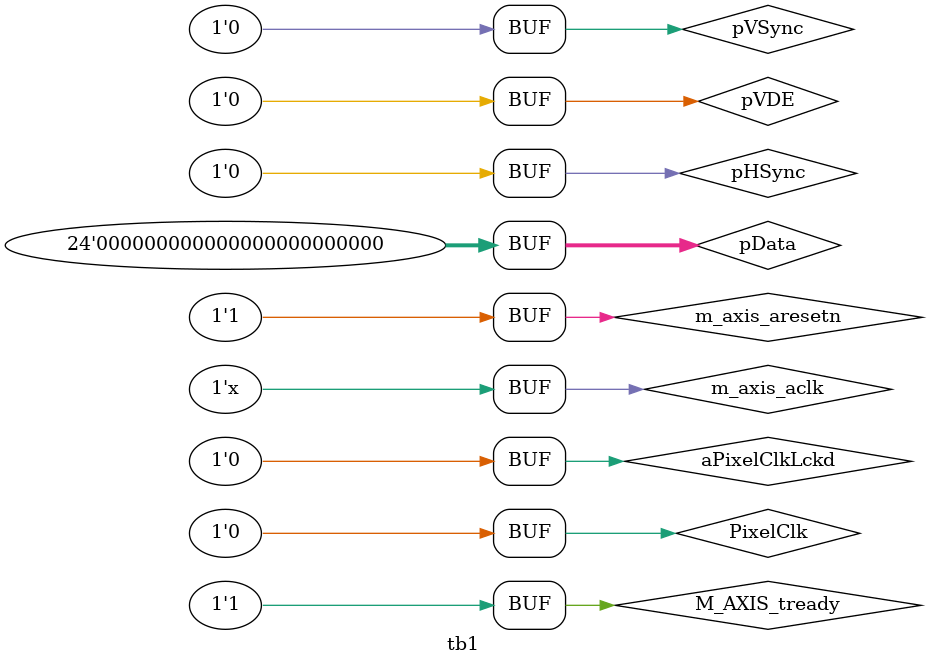
<source format=v>
`timescale 1ns / 1ps
module tb1();

    reg PixelClk;
    reg aPixelClkLckd;
    reg pVDE;
    reg pHSync;
    reg pVSync;
    reg [23:0] pData;

    reg m_axis_aclk;
    reg m_axis_aresetn;

    reg M_AXIS_tready;

    wire [31:0] M_AXIS_tdata;
    wire M_AXIS_tlast;
    wire [3:0] M_AXIS_tstrb;
    wire M_AXIS_tvalid;

    design_1_wrapper dut(
        .M_AXIS_tdata(M_AXIS_tdata),
        .M_AXIS_tlast(M_AXIS_tlast),
        .M_AXIS_tready(M_AXIS_tready),
        .M_AXIS_tstrb(M_AXIS_tstrb),
        .M_AXIS_tvalid(M_AXIS_tvalid),
        .PixelClk(PixelClk),
        .aPixelClkLckd(aPixelClkLckd),
        .m_axis_aclk(m_axis_aclk),
        .m_axis_aresetn(m_axis_aresetn),
        .pData(pData),
        .pHSync(pHSync),
        .pVDE(pVDE),
        .pVSync(pVSync)
    );

    initial begin
        PixelClk = 0;
        aPixelClkLckd = 0;
        pVDE = 0;
        pHSync = 0;
        pVSync = 0;
        pData = 24'h0;
    end

    initial begin
        M_AXIS_tready = 0;
        #200;
        M_AXIS_tready = 1;
    end

    initial begin
        m_axis_aresetn = 0;
        #100;
        m_axis_aresetn = 1;
    end

    initial begin
        m_axis_aclk = 0;
    end

    always #5 m_axis_aclk = ~m_axis_aclk; // Clock generator

endmodule
</source>
